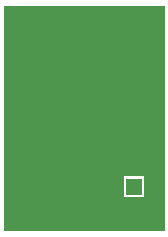
<source format=gtl>
G04 Layer_Physical_Order=1*
G04 Layer_Color=255*
%FSLAX24Y24*%
%MOIN*%
G70*
G01*
G75*
%ADD10C,0.0532*%
%ADD11R,0.0532X0.0532*%
%ADD12C,0.0354*%
G36*
X5432Y80D02*
X80D01*
Y7597D01*
X5432D01*
Y80D01*
D02*
G37*
%LPC*%
G36*
X4754Y1919D02*
X4065D01*
Y1230D01*
X4754D01*
Y1919D01*
D02*
G37*
%LPD*%
D10*
X2441Y1575D02*
D03*
D11*
X4409Y1575D02*
D03*
D12*
X2047Y984D02*
D03*
X3425D02*
D03*
X3031Y1575D02*
D03*
X3819D02*
D03*
Y394D02*
D03*
X3031D02*
D03*
X1654Y1575D02*
D03*
Y394D02*
D03*
X2441D02*
D03*
X2047Y1378D02*
D03*
X1654Y1181D02*
D03*
Y787D02*
D03*
X2047Y591D02*
D03*
X2441Y787D02*
D03*
Y1181D02*
D03*
X3031D02*
D03*
Y787D02*
D03*
X3425Y1378D02*
D03*
X3819Y1181D02*
D03*
Y787D02*
D03*
X3425Y591D02*
D03*
X2047Y6693D02*
D03*
X3425D02*
D03*
X1654Y7283D02*
D03*
Y6102D02*
D03*
X2441D02*
D03*
Y7283D02*
D03*
X2047Y7087D02*
D03*
X1654Y6890D02*
D03*
Y6496D02*
D03*
X2047Y6299D02*
D03*
X2441Y6496D02*
D03*
Y6890D02*
D03*
X3031Y7283D02*
D03*
X3819D02*
D03*
Y6102D02*
D03*
X3031D02*
D03*
Y6496D02*
D03*
Y6890D02*
D03*
X3425Y7087D02*
D03*
X3819Y6890D02*
D03*
Y6496D02*
D03*
X3425Y6299D02*
D03*
M02*

</source>
